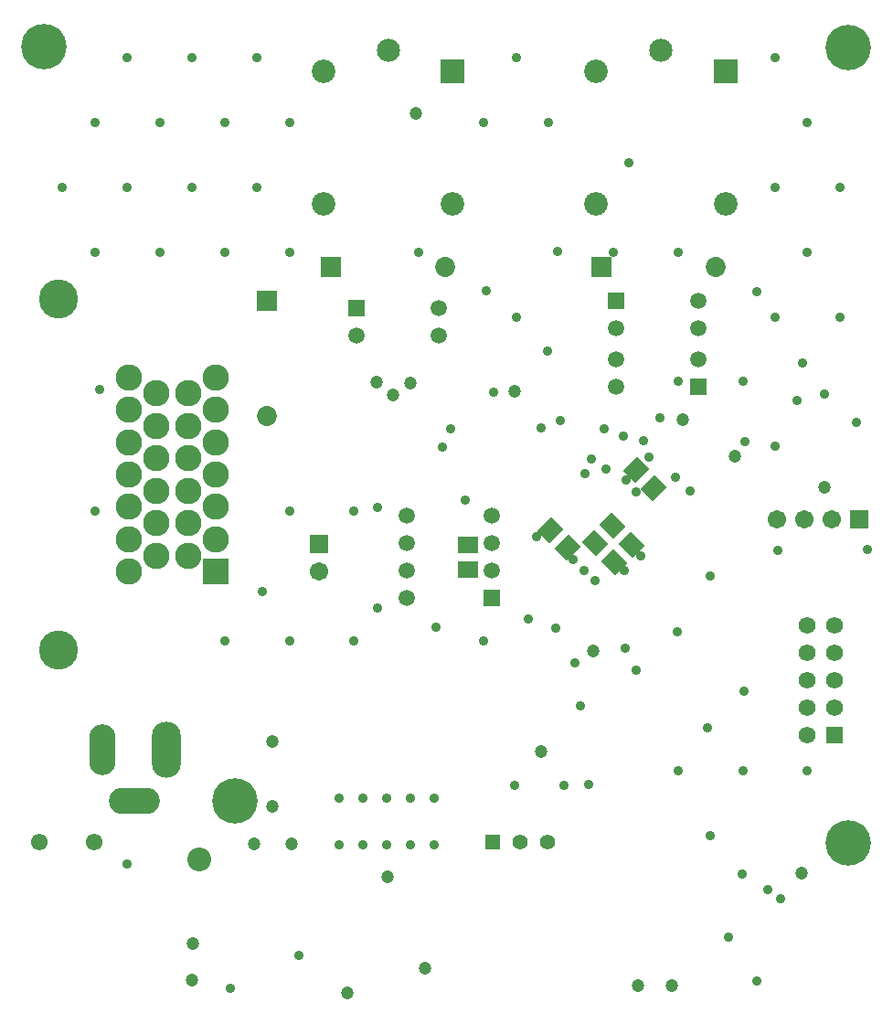
<source format=gbr>
%TF.GenerationSoftware,Altium Limited,Altium Designer,21.8.1 (53)*%
G04 Layer_Color=16711935*
%FSLAX45Y45*%
%MOMM*%
%TF.SameCoordinates,385564F4-8892-4696-B1AD-25C4AC7C7797*%
%TF.FilePolarity,Negative*%
%TF.FileFunction,Soldermask,Bot*%
%TF.Part,Single*%
G01*
G75*
%TA.AperFunction,SMDPad,CuDef*%
G04:AMPARAMS|DCode=106|XSize=1.6032mm|YSize=1.9032mm|CornerRadius=0mm|HoleSize=0mm|Usage=FLASHONLY|Rotation=225.000|XOffset=0mm|YOffset=0mm|HoleType=Round|Shape=Rectangle|*
%AMROTATEDRECTD106*
4,1,4,-0.10607,1.23970,1.23970,-0.10607,0.10607,-1.23970,-1.23970,0.10607,-0.10607,1.23970,0.0*
%
%ADD106ROTATEDRECTD106*%

G04:AMPARAMS|DCode=107|XSize=1.6032mm|YSize=1.9032mm|CornerRadius=0mm|HoleSize=0mm|Usage=FLASHONLY|Rotation=315.000|XOffset=0mm|YOffset=0mm|HoleType=Round|Shape=Rectangle|*
%AMROTATEDRECTD107*
4,1,4,-1.23970,-0.10607,0.10607,1.23970,1.23970,0.10607,-0.10607,-1.23970,-1.23970,-0.10607,0.0*
%
%ADD107ROTATEDRECTD107*%

%ADD108R,1.90320X1.60320*%
%TA.AperFunction,ComponentPad*%
%ADD109C,1.51120*%
%ADD110R,1.51120X1.51120*%
%ADD111C,1.70320*%
%ADD112R,1.70320X1.70320*%
%ADD113C,1.57320*%
%ADD114R,1.57320X1.57320*%
%ADD115C,1.85320*%
%ADD116R,1.85320X1.85320*%
%ADD117R,2.18320X2.18320*%
%ADD118C,2.13820*%
%ADD119C,2.18320*%
%ADD120R,2.45320X2.45320*%
%ADD121C,2.45320*%
%ADD122C,3.60320*%
%ADD123R,1.70320X1.70320*%
%ADD124C,1.55320*%
%ADD125R,1.85320X1.85320*%
%ADD126R,1.42120X1.42120*%
%ADD127C,1.42120*%
%ADD128O,2.70320X5.20320*%
%ADD129O,4.70320X2.45320*%
%ADD130O,2.45320X4.70320*%
%TA.AperFunction,WasherPad*%
%ADD131C,4.20320*%
%TA.AperFunction,ViaPad*%
%ADD132C,0.90320*%
%ADD133C,1.20320*%
%ADD134C,2.20320*%
D106*
X5387798Y4366718D02*
D03*
X5549442Y4528362D02*
D03*
X5565598Y4188918D02*
D03*
X5727242Y4350562D02*
D03*
D107*
X5930442Y4877258D02*
D03*
X5768798Y5038902D02*
D03*
X4978858Y4482642D02*
D03*
X5140502Y4320998D02*
D03*
D108*
X4218940Y4345940D02*
D03*
Y4117340D02*
D03*
D109*
X3651479Y4112520D02*
D03*
Y4366520D02*
D03*
Y3858520D02*
D03*
Y4620520D02*
D03*
X4438480D02*
D03*
Y4112520D02*
D03*
Y4366520D02*
D03*
X3947600Y6289300D02*
D03*
X3185600D02*
D03*
X3947600Y6543300D02*
D03*
X5588000Y6065520D02*
D03*
X6350000D02*
D03*
X5588000Y5811520D02*
D03*
X6348972Y6352000D02*
D03*
X5586972D02*
D03*
X6348972Y6606000D02*
D03*
D110*
X4438480Y3858520D02*
D03*
X3185600Y6543300D02*
D03*
X6350000Y5811520D02*
D03*
X5586972Y6606000D02*
D03*
D111*
X7073900Y4584700D02*
D03*
X7327900D02*
D03*
X7581900D02*
D03*
X2834640Y4107180D02*
D03*
D112*
X7835900Y4584700D02*
D03*
D113*
X7353300Y3601720D02*
D03*
X7607300D02*
D03*
X7353300Y3347720D02*
D03*
X7607300D02*
D03*
X7353300Y3093720D02*
D03*
X7607300D02*
D03*
X7353300Y2839720D02*
D03*
X7607300D02*
D03*
X7353300Y2585720D02*
D03*
D114*
X7607300D02*
D03*
D115*
X6511576Y6925000D02*
D03*
X2350000Y5545000D02*
D03*
X4005000Y6925000D02*
D03*
D116*
X5451576Y6925000D02*
D03*
X2945000Y6925000D02*
D03*
D117*
X6600040Y8730780D02*
D03*
X4075000D02*
D03*
D118*
X6000040Y8930780D02*
D03*
X3475000D02*
D03*
D119*
X5400040Y8730780D02*
D03*
Y7510780D02*
D03*
X6600040D02*
D03*
X4075000D02*
D03*
X2875000D02*
D03*
Y8730780D02*
D03*
D120*
X1875000Y4100000D02*
D03*
D121*
Y4400000D02*
D03*
Y4700000D02*
D03*
Y5000000D02*
D03*
Y5300000D02*
D03*
Y5600000D02*
D03*
Y5900000D02*
D03*
X1625000Y4250000D02*
D03*
Y4550000D02*
D03*
Y4850000D02*
D03*
Y5150000D02*
D03*
Y5450000D02*
D03*
Y5750000D02*
D03*
X1325000Y4250000D02*
D03*
Y4550000D02*
D03*
Y4850000D02*
D03*
Y5150000D02*
D03*
Y5450000D02*
D03*
Y5750000D02*
D03*
X1075000Y4100000D02*
D03*
Y4400000D02*
D03*
Y4700000D02*
D03*
Y5000000D02*
D03*
Y5300000D02*
D03*
Y5600000D02*
D03*
Y5900000D02*
D03*
D122*
X425000Y3375000D02*
D03*
Y6625000D02*
D03*
D123*
X2834640Y4361180D02*
D03*
D124*
X246000Y1600000D02*
D03*
X754000D02*
D03*
D125*
X2350000Y6605000D02*
D03*
D126*
X4443800Y1600200D02*
D03*
D127*
X4697800D02*
D03*
X4951800D02*
D03*
D128*
X1425000Y2450000D02*
D03*
D129*
X1125000Y1980000D02*
D03*
D130*
X825000Y2450000D02*
D03*
D131*
X2052320Y1978660D02*
D03*
X7734296Y1587500D02*
D03*
X287434Y8962857D02*
D03*
X7734296Y8956307D02*
D03*
D132*
X7109460Y1071880D02*
D03*
X805357Y5785468D02*
D03*
X6774357Y2994008D02*
D03*
X6433997Y2658728D02*
D03*
X7312837Y6031848D02*
D03*
X4054017Y5419708D02*
D03*
X4452797Y5765148D02*
D03*
X4894757Y5434948D02*
D03*
X5476417Y5424788D02*
D03*
X5844717Y5310488D02*
D03*
X5997117Y5526388D02*
D03*
X6784517Y5307948D02*
D03*
X6136817Y4975208D02*
D03*
X5359577Y5145388D02*
D03*
X5290997Y4114148D02*
D03*
X5209717Y3253088D02*
D03*
X3378200Y4699000D02*
D03*
X5046361Y7067621D02*
D03*
X5560001Y7060001D02*
D03*
X7060001Y6460001D02*
D03*
X1960000Y7060001D02*
D03*
X4360001Y3460001D02*
D03*
X2560000Y7060001D02*
D03*
X7360001D02*
D03*
X3160001Y3460001D02*
D03*
X2560000Y4660001D02*
D03*
X6760001Y5860001D02*
D03*
X1960000Y8260001D02*
D03*
X760000Y7060001D02*
D03*
X3160001Y4660001D02*
D03*
X6460001Y4060001D02*
D03*
X460000Y7660001D02*
D03*
X6160001Y5860001D02*
D03*
X6460001Y1660000D02*
D03*
X1360000Y7060001D02*
D03*
X1060000Y8860001D02*
D03*
X7660001Y6460001D02*
D03*
X7360001Y8260001D02*
D03*
X4660001Y8860001D02*
D03*
X1060000Y7660001D02*
D03*
X7060001D02*
D03*
X1960000Y3460001D02*
D03*
X5260001Y2860001D02*
D03*
X7360001Y2260001D02*
D03*
X4660001Y6460001D02*
D03*
X1660000Y7660001D02*
D03*
Y8860001D02*
D03*
X2260001D02*
D03*
X6160001Y7060001D02*
D03*
X760000Y8260001D02*
D03*
X2560000D02*
D03*
X7060001Y8860001D02*
D03*
X1360000Y8260001D02*
D03*
X2260001Y7660001D02*
D03*
X7060001Y5260001D02*
D03*
X4960001Y8260001D02*
D03*
X6160001Y2260001D02*
D03*
X4360001Y8260001D02*
D03*
X3760001Y7060001D02*
D03*
X760000Y4660001D02*
D03*
X7660001Y7660001D02*
D03*
X6760001Y2260001D02*
D03*
X2560000Y3460001D02*
D03*
X5707380Y7889240D02*
D03*
X2016760Y241300D02*
D03*
X6893560Y309880D02*
D03*
X5328920Y2131060D02*
D03*
X7813421Y5482992D02*
D03*
X6268720Y4846320D02*
D03*
X6891020Y6695440D02*
D03*
X5189220Y4211320D02*
D03*
X4853940Y4422140D02*
D03*
X5664200Y4114800D02*
D03*
X5816600Y4246880D02*
D03*
X5656580Y5356860D02*
D03*
X4386580Y6705600D02*
D03*
X5067300Y5504180D02*
D03*
X2651760Y551180D02*
D03*
X5671820Y3393440D02*
D03*
X5776483Y4836160D02*
D03*
X4188460Y4765040D02*
D03*
X2310620Y3915900D02*
D03*
X1056640Y1390040D02*
D03*
X7914540Y4305300D02*
D03*
X5295900Y5008880D02*
D03*
X5024120Y3581400D02*
D03*
X6753860Y1304100D02*
D03*
X6154155Y3548116D02*
D03*
X3380740Y3766820D02*
D03*
X3916680Y3583940D02*
D03*
X4775071Y3665091D02*
D03*
X5770616Y3184896D02*
D03*
X5895340Y5161280D02*
D03*
X7081520Y4300220D02*
D03*
X6626860Y713740D02*
D03*
X6990080Y1158240D02*
D03*
X4950460Y6141720D02*
D03*
X5102860Y2125980D02*
D03*
X4645660Y2120900D02*
D03*
X7515860Y5748020D02*
D03*
X7266940Y5689600D02*
D03*
X5491480Y5054600D02*
D03*
X5679440Y4953000D02*
D03*
X5394960Y4020820D02*
D03*
X3980180Y5257800D02*
D03*
X3462500Y1575000D02*
D03*
Y2000000D02*
D03*
X3681250D02*
D03*
Y1575000D02*
D03*
X3900000D02*
D03*
Y2000000D02*
D03*
X3243750Y1575000D02*
D03*
X3025000D02*
D03*
Y2000000D02*
D03*
X3243750D02*
D03*
D133*
X2235200Y1582420D02*
D03*
X2578100D02*
D03*
X3469640Y1272540D02*
D03*
X3365500Y5852160D02*
D03*
X3680460Y5849620D02*
D03*
X3520440Y5735320D02*
D03*
X2400300Y2524700D02*
D03*
X3736340Y8341107D02*
D03*
X7305040Y1313180D02*
D03*
X4643120Y5773420D02*
D03*
X5788660Y269240D02*
D03*
X6101080Y271780D02*
D03*
X3817620Y431800D02*
D03*
X3096260Y198120D02*
D03*
X6685280Y5171440D02*
D03*
X1661000Y316600D02*
D03*
X1663700Y660400D02*
D03*
X4889500Y2433320D02*
D03*
X5374640Y3368040D02*
D03*
X7513320Y4881880D02*
D03*
X6207760Y5506720D02*
D03*
X2400300Y1924700D02*
D03*
D134*
X1725000Y1434130D02*
D03*
%TF.MD5,838c917119bd8dc9e3f6c02232f6f933*%
M02*

</source>
